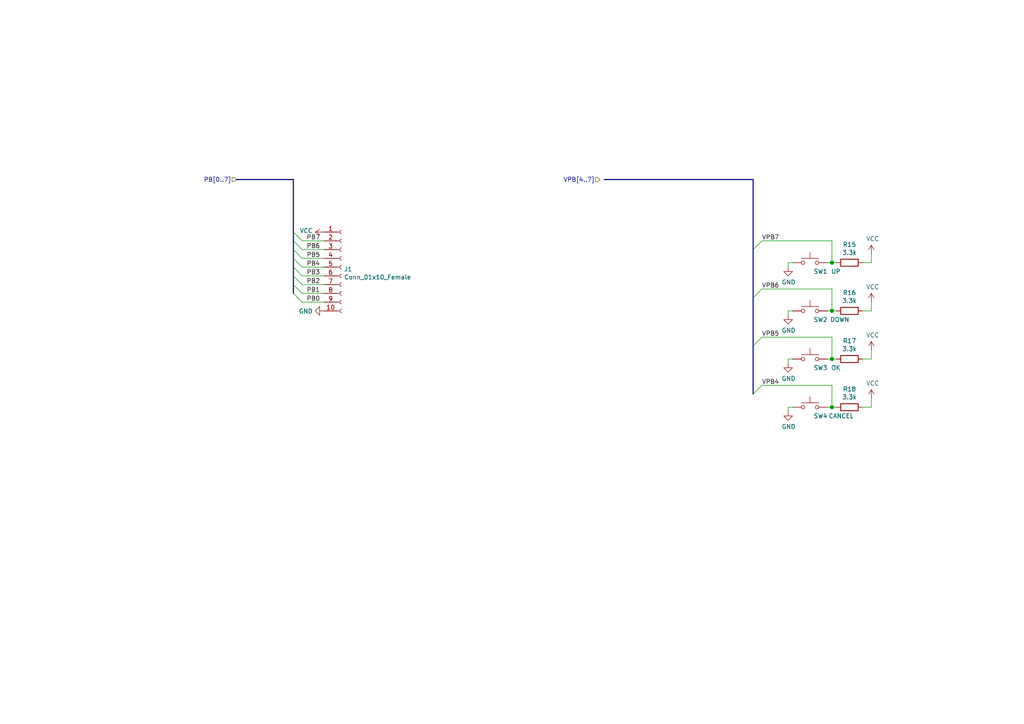
<source format=kicad_sch>
(kicad_sch (version 20201015) (generator eeschema)
  (paper "A4")
  (lib_symbols
    (symbol "Connector:Conn_01x10_Female" (pin_names (offset 1.016) hide)
      (property "Reference" "J" (at 0 12.7 0))
      (property "Value" "Conn_01x10_Female" (at 0 -15.24 0))
      (symbol "Conn_01x10_Female_1_1"
        (arc (start 0 -12.192) (end 0 -13.208) (radius (at 0 -12.7) (length 0.508) (angles 90.1 -90.1)) (stroke (width 0.1524)))
        (arc (start 0 -9.652) (end 0 -10.668) (radius (at 0 -10.16) (length 0.508) (angles 90.1 -90.1)) (stroke (width 0.1524)))
        (arc (start 0 -7.112) (end 0 -8.128) (radius (at 0 -7.62) (length 0.508) (angles 90.1 -90.1)) (stroke (width 0.1524)))
        (arc (start 0 -4.572) (end 0 -5.588) (radius (at 0 -5.08) (length 0.508) (angles 90.1 -90.1)) (stroke (width 0.1524)))
        (arc (start 0 -2.032) (end 0 -3.048) (radius (at 0 -2.54) (length 0.508) (angles 90.1 -90.1)) (stroke (width 0.1524)))
        (arc (start 0 0.508) (end 0 -0.508) (radius (at 0 0) (length 0.508) (angles 90.1 -90.1)) (stroke (width 0.1524)))
        (arc (start 0 3.048) (end 0 2.032) (radius (at 0 2.54) (length 0.508) (angles 90.1 -90.1)) (stroke (width 0.1524)))
        (arc (start 0 5.588) (end 0 4.572) (radius (at 0 5.08) (length 0.508) (angles 90.1 -90.1)) (stroke (width 0.1524)))
        (arc (start 0 8.128) (end 0 7.112) (radius (at 0 7.62) (length 0.508) (angles 90.1 -90.1)) (stroke (width 0.1524)))
        (arc (start 0 10.668) (end 0 9.652) (radius (at 0 10.16) (length 0.508) (angles 90.1 -90.1)) (stroke (width 0.1524)))
        (polyline (pts (xy -1.27 -12.7) (xy -0.508 -12.7)) (stroke (width 0.1524)))
        (polyline (pts (xy -1.27 -10.16) (xy -0.508 -10.16)) (stroke (width 0.1524)))
        (polyline (pts (xy -1.27 -7.62) (xy -0.508 -7.62)) (stroke (width 0.1524)))
        (polyline (pts (xy -1.27 -5.08) (xy -0.508 -5.08)) (stroke (width 0.1524)))
        (polyline (pts (xy -1.27 -2.54) (xy -0.508 -2.54)) (stroke (width 0.1524)))
        (polyline (pts (xy -1.27 0) (xy -0.508 0)) (stroke (width 0.1524)))
        (polyline (pts (xy -1.27 2.54) (xy -0.508 2.54)) (stroke (width 0.1524)))
        (polyline (pts (xy -1.27 5.08) (xy -0.508 5.08)) (stroke (width 0.1524)))
        (polyline (pts (xy -1.27 7.62) (xy -0.508 7.62)) (stroke (width 0.1524)))
        (polyline (pts (xy -1.27 10.16) (xy -0.508 10.16)) (stroke (width 0.1524)))
        (pin passive line (at -5.08 10.16 0) (length 3.81) (name "Pin_1") (number "1"))
        (pin passive line (at -5.08 -12.7 0) (length 3.81) (name "Pin_10") (number "10"))
        (pin passive line (at -5.08 7.62 0) (length 3.81) (name "Pin_2") (number "2"))
        (pin passive line (at -5.08 5.08 0) (length 3.81) (name "Pin_3") (number "3"))
        (pin passive line (at -5.08 2.54 0) (length 3.81) (name "Pin_4") (number "4"))
        (pin passive line (at -5.08 0 0) (length 3.81) (name "Pin_5") (number "5"))
        (pin passive line (at -5.08 -2.54 0) (length 3.81) (name "Pin_6") (number "6"))
        (pin passive line (at -5.08 -5.08 0) (length 3.81) (name "Pin_7") (number "7"))
        (pin passive line (at -5.08 -7.62 0) (length 3.81) (name "Pin_8") (number "8"))
        (pin passive line (at -5.08 -10.16 0) (length 3.81) (name "Pin_9") (number "9"))
      )
    )
    (symbol "Device:R" (pin_numbers hide) (pin_names (offset 0))
      (property "Reference" "R" (at 2.032 0 90))
      (property "Value" "R" (at 0 0 90))
      (symbol "R_0_1"
        (rectangle (start -1.016 -2.54) (end 1.016 2.54) (stroke (width 0.254)))
      )
      (symbol "R_1_1"
        (pin passive line (at 0 3.81 270) (length 1.27) (name "~") (number "1"))
        (pin passive line (at 0 -3.81 90) (length 1.27) (name "~") (number "2"))
      )
    )
    (symbol "Switch:SW_MEC_5G" (pin_numbers hide) (pin_names (offset 1.016) hide)
      (property "Reference" "SW" (at 1.27 2.54 0))
      (property "Value" "SW_MEC_5G" (at 0 -1.524 0))
      (symbol "SW_MEC_5G_0_1"
        (circle (center -2.032 0) (radius 0.508))
        (circle (center 2.032 0) (radius 0.508))
        (polyline (pts (xy 0 1.27) (xy 0 3.048)))
        (polyline (pts (xy 2.54 1.27) (xy -2.54 1.27)))
        (pin passive line (at -5.08 0 0) (length 2.54) (name "A") (number "1"))
        (pin passive line (at 5.08 0 180) (length 2.54) (name "B") (number "3"))
      )
      (symbol "SW_MEC_5G_1_1"
        (pin passive line (at -5.08 0 0) (length 2.54) hide (name "A") (number "2"))
        (pin passive line (at 5.08 0 180) (length 2.54) hide (name "B") (number "4"))
      )
    )
    (symbol "power:GND" (power) (pin_names (offset 0))
      (property "Value" "GND" (at 0 -3.81 0))
      (symbol "GND_0_1"
        (polyline (pts (xy 0 0) (xy 0 -1.27) (xy 1.27 -1.27) (xy 0 -2.54) (xy -1.27 -1.27) (xy 0 -1.27)))
      )
      (symbol "GND_1_1"
        (pin power_in line (at 0 0 270) (length 0) hide (name "GND") (number "1"))
      )
    )
    (symbol "power:VCC" (power) (pin_names (offset 0))
      (property "Value" "VCC" (at 0 3.81 0))
      (symbol "VCC_0_1"
        (polyline (pts (xy -0.762 1.27) (xy 0 2.54)))
        (polyline (pts (xy 0 0) (xy 0 2.54)))
        (polyline (pts (xy 0 2.54) (xy 0.762 1.27)))
      )
      (symbol "VCC_1_1"
        (pin power_in line (at 0 0 90) (length 0) hide (name "VCC") (number "1"))
      )
    )
  )
  (junction (at 241.3 76.2) (diameter 1.016))
  (junction (at 241.3 90.17) (diameter 1.016))
  (junction (at 241.3 104.14) (diameter 1.016))
  (junction (at 241.3 118.11) (diameter 1.016))
  (bus_entry (at 87.63 69.85) (size -2.54 -2.54) (stroke (width 0.1524)))
  (bus_entry (at 87.63 72.39) (size -2.54 -2.54) (stroke (width 0.1524)))
  (bus_entry (at 87.63 74.93) (size -2.54 -2.54) (stroke (width 0.1524)))
  (bus_entry (at 87.63 77.47) (size -2.54 -2.54) (stroke (width 0.1524)))
  (bus_entry (at 87.63 80.01) (size -2.54 -2.54) (stroke (width 0.1524)))
  (bus_entry (at 87.63 82.55) (size -2.54 -2.54) (stroke (width 0.1524)))
  (bus_entry (at 87.63 85.09) (size -2.54 -2.54) (stroke (width 0.1524)))
  (bus_entry (at 87.63 87.63) (size -2.54 -2.54) (stroke (width 0.1524)))
  (bus_entry (at 220.98 69.85) (size -2.54 2.54) (stroke (width 0.1524)))
  (bus_entry (at 220.98 83.82) (size -2.54 2.54) (stroke (width 0.1524)))
  (bus_entry (at 220.98 97.79) (size -2.54 2.54) (stroke (width 0.1524)))
  (bus_entry (at 220.98 111.76) (size -2.54 2.54) (stroke (width 0.1524)))
  (wire (pts (xy 87.63 69.85) (xy 93.98 69.85)))
  (wire (pts (xy 87.63 72.39) (xy 93.98 72.39)))
  (wire (pts (xy 87.63 74.93) (xy 93.98 74.93)))
  (wire (pts (xy 87.63 77.47) (xy 93.98 77.47)))
  (wire (pts (xy 87.63 80.01) (xy 93.98 80.01)))
  (wire (pts (xy 87.63 82.55) (xy 93.98 82.55)))
  (wire (pts (xy 87.63 85.09) (xy 93.98 85.09)))
  (wire (pts (xy 87.63 87.63) (xy 93.98 87.63)))
  (wire (pts (xy 228.6 76.2) (xy 229.87 76.2)))
  (wire (pts (xy 228.6 77.47) (xy 228.6 76.2)))
  (wire (pts (xy 228.6 90.17) (xy 229.87 90.17)))
  (wire (pts (xy 228.6 91.44) (xy 228.6 90.17)))
  (wire (pts (xy 228.6 104.14) (xy 229.87 104.14)))
  (wire (pts (xy 228.6 105.41) (xy 228.6 104.14)))
  (wire (pts (xy 228.6 118.11) (xy 229.87 118.11)))
  (wire (pts (xy 228.6 119.38) (xy 228.6 118.11)))
  (wire (pts (xy 240.03 76.2) (xy 241.3 76.2)))
  (wire (pts (xy 240.03 90.17) (xy 241.3 90.17)))
  (wire (pts (xy 240.03 104.14) (xy 241.3 104.14)))
  (wire (pts (xy 240.03 118.11) (xy 241.3 118.11)))
  (wire (pts (xy 241.3 69.85) (xy 220.98 69.85)))
  (wire (pts (xy 241.3 76.2) (xy 241.3 69.85)))
  (wire (pts (xy 241.3 76.2) (xy 242.57 76.2)))
  (wire (pts (xy 241.3 83.82) (xy 220.98 83.82)))
  (wire (pts (xy 241.3 90.17) (xy 241.3 83.82)))
  (wire (pts (xy 241.3 90.17) (xy 242.57 90.17)))
  (wire (pts (xy 241.3 97.79) (xy 220.98 97.79)))
  (wire (pts (xy 241.3 104.14) (xy 241.3 97.79)))
  (wire (pts (xy 241.3 104.14) (xy 242.57 104.14)))
  (wire (pts (xy 241.3 111.76) (xy 220.98 111.76)))
  (wire (pts (xy 241.3 118.11) (xy 241.3 111.76)))
  (wire (pts (xy 241.3 118.11) (xy 242.57 118.11)))
  (wire (pts (xy 250.19 76.2) (xy 252.73 76.2)))
  (wire (pts (xy 250.19 90.17) (xy 252.73 90.17)))
  (wire (pts (xy 250.19 104.14) (xy 252.73 104.14)))
  (wire (pts (xy 250.19 118.11) (xy 252.73 118.11)))
  (wire (pts (xy 252.73 76.2) (xy 252.73 73.66)))
  (wire (pts (xy 252.73 90.17) (xy 252.73 87.63)))
  (wire (pts (xy 252.73 104.14) (xy 252.73 101.6)))
  (wire (pts (xy 252.73 118.11) (xy 252.73 115.57)))
  (bus (pts (xy 68.58 52.07) (xy 85.09 52.07)))
  (bus (pts (xy 85.09 52.07) (xy 85.09 67.31)))
  (bus (pts (xy 85.09 67.31) (xy 85.09 69.85)))
  (bus (pts (xy 85.09 69.85) (xy 85.09 72.39)))
  (bus (pts (xy 85.09 72.39) (xy 85.09 74.93)))
  (bus (pts (xy 85.09 74.93) (xy 85.09 77.47)))
  (bus (pts (xy 85.09 77.47) (xy 85.09 80.01)))
  (bus (pts (xy 85.09 80.01) (xy 85.09 82.55)))
  (bus (pts (xy 85.09 82.55) (xy 85.09 85.09)))
  (bus (pts (xy 175.26 52.07) (xy 218.44 52.07)))
  (bus (pts (xy 218.44 52.07) (xy 218.44 72.39)))
  (bus (pts (xy 218.44 72.39) (xy 218.44 86.36)))
  (bus (pts (xy 218.44 86.36) (xy 218.44 100.33)))
  (bus (pts (xy 218.44 100.33) (xy 218.44 114.3)))
  (label "PB7" (at 88.9 69.85 0))
  (label "PB6" (at 88.9 72.39 0))
  (label "PB5" (at 88.9 74.93 0))
  (label "PB4" (at 88.9 77.47 0))
  (label "PB3" (at 88.9 80.01 0))
  (label "PB2" (at 88.9 82.55 0))
  (label "PB1" (at 88.9 85.09 0))
  (label "PB0" (at 88.9 87.63 0))
  (label "VPB7" (at 220.98 69.85 0))
  (label "VPB6" (at 220.98 83.82 0))
  (label "VPB5" (at 220.98 97.79 0))
  (label "VPB4" (at 220.98 111.76 0))
  (hierarchical_label "PB[0..7]" (shape input) (at 68.58 52.07 180))
  (hierarchical_label "VPB[4..7]" (shape input) (at 173.99 52.07 180))
  (symbol (lib_id "power:VCC") (at 93.98 67.31 90) (unit 1)
    (property "Reference" "#PWR0149" (effects hide))
    (property "Value" "VCC" (at 90.7542 66.929 90) (effects (justify left)))
  )
  (symbol (lib_id "power:VCC") (at 252.73 73.66 0) (unit 1)
    (property "Reference" "#PWR0141" (effects hide))
    (property "Value" "VCC" (at 253.111 69.2658 0))
  )
  (symbol (lib_id "power:VCC") (at 252.73 87.63 0) (unit 1)
    (property "Reference" "#PWR0143" (effects hide))
    (property "Value" "VCC" (at 253.111 83.2358 0))
  )
  (symbol (lib_id "power:VCC") (at 252.73 101.6 0) (unit 1)
    (property "Reference" "#PWR0145" (effects hide))
    (property "Value" "VCC" (at 253.111 97.2058 0))
  )
  (symbol (lib_id "power:VCC") (at 252.73 115.57 0) (unit 1)
    (property "Reference" "#PWR0147" (effects hide))
    (property "Value" "VCC" (at 253.111 111.1758 0))
  )
  (symbol (lib_id "power:GND") (at 93.98 90.17 270) (unit 1)
    (property "Reference" "#PWR0150" (effects hide))
    (property "Value" "GND" (at 90.7288 90.297 90) (effects (justify right)))
  )
  (symbol (lib_id "power:GND") (at 228.6 77.47 0) (unit 1)
    (property "Reference" "#PWR0142" (effects hide))
    (property "Value" "GND" (at 228.727 81.8642 0))
  )
  (symbol (lib_id "power:GND") (at 228.6 91.44 0) (unit 1)
    (property "Reference" "#PWR0144" (effects hide))
    (property "Value" "GND" (at 228.727 95.8342 0))
  )
  (symbol (lib_id "power:GND") (at 228.6 105.41 0) (unit 1)
    (property "Reference" "#PWR0146" (effects hide))
    (property "Value" "GND" (at 228.727 109.8042 0))
  )
  (symbol (lib_id "power:GND") (at 228.6 119.38 0) (unit 1)
    (property "Reference" "#PWR0148" (effects hide))
    (property "Value" "GND" (at 228.727 123.7742 0))
  )
  (symbol (lib_id "Device:R") (at 246.38 76.2 270) (unit 1)
    (property "Reference" "R15" (at 246.38 70.9422 90))
    (property "Value" "3.3k" (at 246.38 73.2536 90))
    (property "Footprint" "Resistor_SMD:R_0805_2012Metric_Pad1.20x1.40mm_HandSolder" (effects hide))
  )
  (symbol (lib_id "Device:R") (at 246.38 90.17 270) (unit 1)
    (property "Reference" "R16" (at 246.38 84.9122 90))
    (property "Value" "3.3k" (at 246.38 87.2236 90))
    (property "Footprint" "Resistor_SMD:R_0805_2012Metric_Pad1.20x1.40mm_HandSolder" (effects hide))
  )
  (symbol (lib_id "Device:R") (at 246.38 104.14 270) (unit 1)
    (property "Reference" "R17" (at 246.38 98.8822 90))
    (property "Value" "3.3k" (at 246.38 101.1936 90))
    (property "Footprint" "Resistor_SMD:R_0805_2012Metric_Pad1.20x1.40mm_HandSolder" (effects hide))
  )
  (symbol (lib_id "Device:R") (at 246.38 118.11 270) (unit 1)
    (property "Reference" "R18" (at 246.38 112.8522 90))
    (property "Value" "3.3k" (at 246.38 115.1636 90))
    (property "Footprint" "Resistor_SMD:R_0805_2012Metric_Pad1.20x1.40mm_HandSolder" (effects hide))
  )
  (symbol (lib_id "Switch:SW_MEC_5G") (at 234.95 76.2 0) (unit 1)
    (property "Reference" "SW1" (at 240.03 78.74 0) (effects (justify right)))
    (property "Value" "UP" (at 243.84 78.74 0) (effects (justify right)))
    (property "Footprint" "sbc6526:SW_TH_Tactile_Omron_B3F-10xx" (effects hide))
    (property "Datasheet" "http://www.apem.com/int/index.php?controller=attachment&id_attachment=488" (effects hide))
  )
  (symbol (lib_id "Switch:SW_MEC_5G") (at 234.95 90.17 0) (unit 1)
    (property "Reference" "SW2" (at 240.03 92.71 0) (effects (justify right)))
    (property "Value" "DOWN" (at 246.38 92.71 0) (effects (justify right)))
    (property "Footprint" "sbc6526:SW_TH_Tactile_Omron_B3F-10xx" (effects hide))
    (property "Datasheet" "http://www.apem.com/int/index.php?controller=attachment&id_attachment=488" (effects hide))
  )
  (symbol (lib_id "Switch:SW_MEC_5G") (at 234.95 104.14 0) (unit 1)
    (property "Reference" "SW3" (at 240.03 106.68 0) (effects (justify right)))
    (property "Value" "OK" (at 243.84 106.68 0) (effects (justify right)))
    (property "Footprint" "sbc6526:SW_TH_Tactile_Omron_B3F-10xx" (effects hide))
    (property "Datasheet" "http://www.apem.com/int/index.php?controller=attachment&id_attachment=488" (effects hide))
  )
  (symbol (lib_id "Switch:SW_MEC_5G") (at 234.95 118.11 0) (unit 1)
    (property "Reference" "SW4" (at 240.03 120.65 0) (effects (justify right)))
    (property "Value" "CANCEL" (at 247.65 120.65 0) (effects (justify right)))
    (property "Footprint" "sbc6526:SW_TH_Tactile_Omron_B3F-10xx" (effects hide))
    (property "Datasheet" "http://www.apem.com/int/index.php?controller=attachment&id_attachment=488" (effects hide))
  )
  (symbol (lib_id "Connector:Conn_01x10_Female") (at 99.06 77.47 0) (unit 1)
    (property "Reference" "J1" (at 99.7712 78.0796 0) (effects (justify left)))
    (property "Value" "Conn_01x10_Female" (at 99.7712 80.391 0) (effects (justify left)))
    (property "Footprint" "Connector_PinSocket_2.54mm:PinSocket_2x05_P2.54mm_Vertical" (effects hide))
  )
)
</source>
